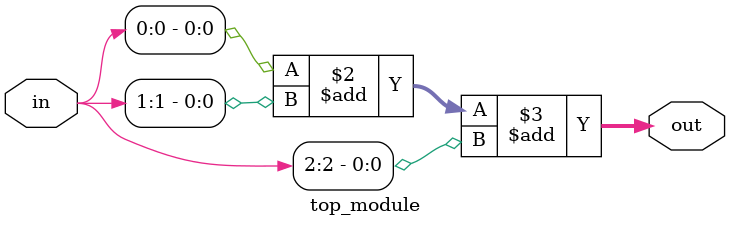
<source format=sv>
module top_module (
	input [2:0] in,
	output [1:0] out
);

    always @(*) begin
        out = in[0] + in[1] + in[2];
    end

endmodule

</source>
